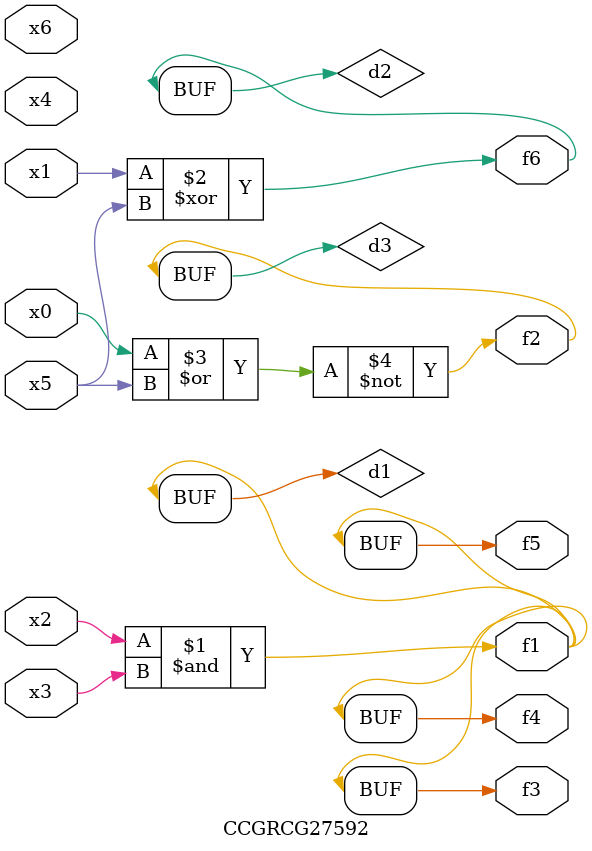
<source format=v>
module CCGRCG27592(
	input x0, x1, x2, x3, x4, x5, x6,
	output f1, f2, f3, f4, f5, f6
);

	wire d1, d2, d3;

	and (d1, x2, x3);
	xor (d2, x1, x5);
	nor (d3, x0, x5);
	assign f1 = d1;
	assign f2 = d3;
	assign f3 = d1;
	assign f4 = d1;
	assign f5 = d1;
	assign f6 = d2;
endmodule

</source>
